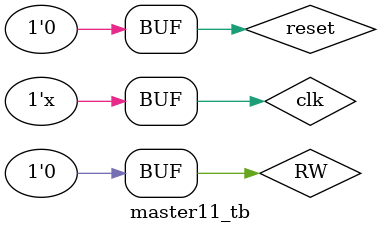
<source format=v>
`timescale 1ns / 1ps


module master11_tb;

	// Inputs
	reg clk;
	reg reset;
	reg RW;

	// Outputs
	wire i2c_sda;
	wire i2c_scl;

	// Instantiate the Unit Under Test (UUT)
	master11 uut (
		.clk(clk), 
		.reset(reset), 
		.RW(RW), 
		.i2c_sda(i2c_sda), 
		.i2c_scl(i2c_scl)
	);

	initial begin
		// Initialize Inputs
		clk = 0;
		reset = 1;
		RW = 0;

		// Wait 100 ns for global reset to finish
		#10;
        reset = 0;
		// Add stimulus here

	end
	always #1 clk =!clk ;
      
endmodule


</source>
